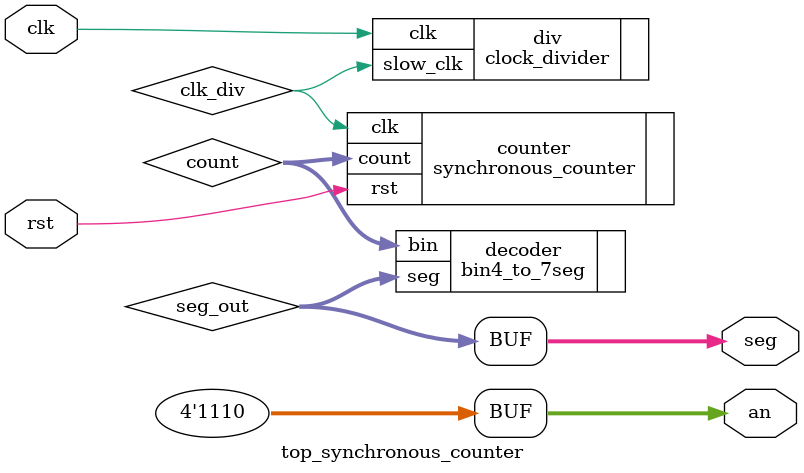
<source format=v>
module top_synchronous_counter(
    input clk,
    input rst,
    output [6:0] seg,
    output [3:0] an
);
    wire [3:0] count;
    wire clk_div;
    wire [6:0] seg_out;

    // Fixed one digit ON
    assign an = 4'b1110; // Only rightmost display is active

    // Slow clock for human-readable counting
    clock_divider #(26) div (.clk(clk), .slow_clk(clk_div));

    // 4-bit up counter
    synchronous_counter counter (.clk(clk_div), .rst(rst), .count(count));

    // Binary to 7-segment decoder
    bin4_to_7seg decoder (.bin(count), .seg(seg_out));

    assign seg = seg_out;
endmodule

</source>
